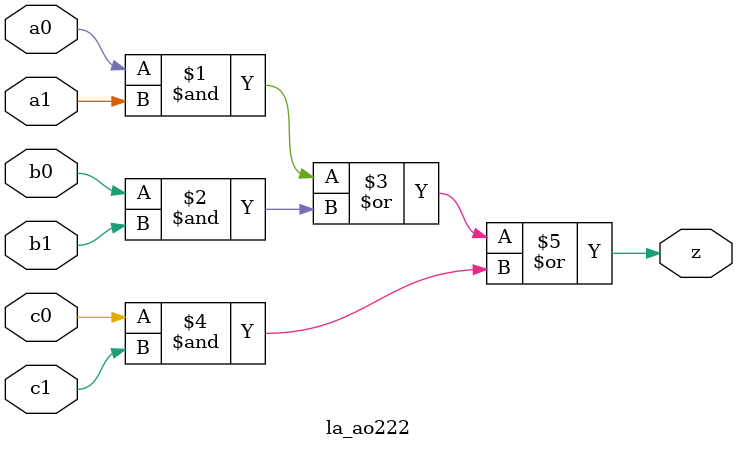
<source format=v>
module la_ao222(	// file.cleaned.mlir:2:3
  input  a0,	// file.cleaned.mlir:2:26
         a1,	// file.cleaned.mlir:2:39
         b0,	// file.cleaned.mlir:2:52
         b1,	// file.cleaned.mlir:2:65
         c0,	// file.cleaned.mlir:2:78
         c1,	// file.cleaned.mlir:2:91
  output z	// file.cleaned.mlir:2:105
);

  assign z = a0 & a1 | b0 & b1 | c0 & c1;	// file.cleaned.mlir:3:10, :4:10, :5:10, :6:10, :7:5
endmodule


</source>
